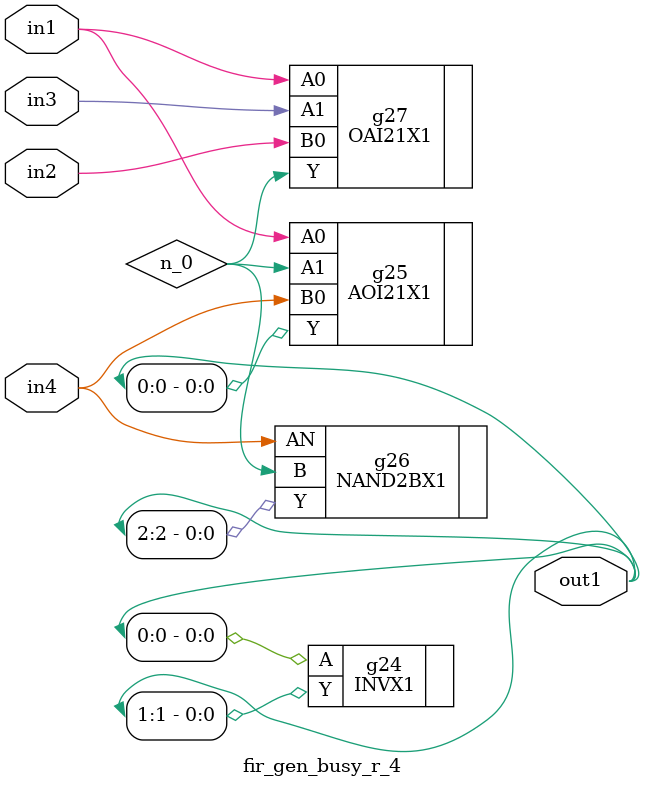
<source format=v>
`timescale 1ps / 1ps


module fir_gen_busy_r_4(in1, in2, in3, in4, out1);
  input in1, in2, in3, in4;
  output [2:0] out1;
  wire in1, in2, in3, in4;
  wire [2:0] out1;
  wire n_0;
  INVX1 g24(.A (out1[0]), .Y (out1[1]));
  AOI21X1 g25(.A0 (in1), .A1 (n_0), .B0 (in4), .Y (out1[0]));
  NAND2BX1 g26(.AN (in4), .B (n_0), .Y (out1[2]));
  OAI21X1 g27(.A0 (in1), .A1 (in3), .B0 (in2), .Y (n_0));
endmodule



</source>
